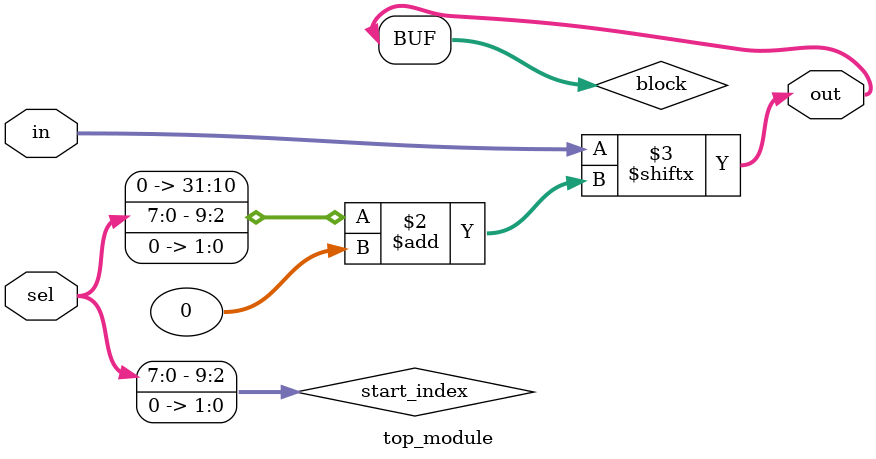
<source format=sv>
module top_module (
	input [1023:0] in,
	input [7:0] sel,
	output [3:0] out
);

	// Parameter to define the size of the block
	parameter BLOCK_SIZE = 4;

	// Calculate the starting index of the block
	wire [9:0] start_index = sel << 2;

	// Extract the block from the input vector
	wire [BLOCK_SIZE-1:0] block = in[start_index +: BLOCK_SIZE];

	// Assign the block to the output vector
	assign out = block;

endmodule

</source>
